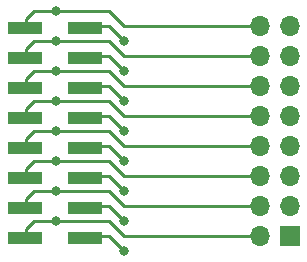
<source format=gbr>
%TF.GenerationSoftware,KiCad,Pcbnew,(6.0.9)*%
%TF.CreationDate,2023-06-10T14:31:43-07:00*%
%TF.ProjectId,V01,5630312e-6b69-4636-9164-5f7063625858,rev?*%
%TF.SameCoordinates,Original*%
%TF.FileFunction,Copper,L2,Bot*%
%TF.FilePolarity,Positive*%
%FSLAX46Y46*%
G04 Gerber Fmt 4.6, Leading zero omitted, Abs format (unit mm)*
G04 Created by KiCad (PCBNEW (6.0.9)) date 2023-06-10 14:31:43*
%MOMM*%
%LPD*%
G01*
G04 APERTURE LIST*
%TA.AperFunction,ComponentPad*%
%ADD10R,1.700000X1.700000*%
%TD*%
%TA.AperFunction,ComponentPad*%
%ADD11O,1.700000X1.700000*%
%TD*%
%TA.AperFunction,SMDPad,CuDef*%
%ADD12R,3.000000X1.000000*%
%TD*%
%TA.AperFunction,ViaPad*%
%ADD13C,0.800000*%
%TD*%
%TA.AperFunction,Conductor*%
%ADD14C,0.250000*%
%TD*%
G04 APERTURE END LIST*
D10*
%TO.P,V 1.0,1*%
%TO.N,N/C*%
X159515000Y-97800000D03*
D11*
%TO.P,V 1.0,2*%
X156975000Y-97800000D03*
%TO.P,V 1.0,3*%
X159515000Y-95260000D03*
%TO.P,V 1.0,4*%
X156975000Y-95260000D03*
%TO.P,V 1.0,5*%
X159515000Y-92720000D03*
%TO.P,V 1.0,6*%
X156975000Y-92720000D03*
%TO.P,V 1.0,7*%
X159515000Y-90180000D03*
%TO.P,V 1.0,8*%
X156975000Y-90180000D03*
%TO.P,V 1.0,9*%
X159515000Y-87640000D03*
%TO.P,V 1.0,10*%
X156975000Y-87640000D03*
%TO.P,V 1.0,11*%
X159515000Y-85100000D03*
%TO.P,V 1.0,12*%
X156975000Y-85100000D03*
%TO.P,V 1.0,13*%
X159515000Y-82560000D03*
%TO.P,V 1.0,14*%
X156975000Y-82560000D03*
%TO.P,V 1.0,15*%
X159515000Y-80020000D03*
%TO.P,V 1.0,16*%
X156975000Y-80020000D03*
%TD*%
D12*
%TO.P,REF\u002A\u002A,1*%
%TO.N,N/C*%
X142095000Y-97934600D03*
%TO.P,REF\u002A\u002A,2*%
X137055000Y-97934600D03*
%TO.P,REF\u002A\u002A,3*%
X142095000Y-95394600D03*
%TO.P,REF\u002A\u002A,4*%
X137055000Y-95394600D03*
%TO.P,REF\u002A\u002A,5*%
X142095000Y-92854600D03*
%TO.P,REF\u002A\u002A,6*%
X137055000Y-92854600D03*
%TO.P,REF\u002A\u002A,7*%
X142095000Y-90314600D03*
%TO.P,REF\u002A\u002A,8*%
X137055000Y-90314600D03*
%TO.P,REF\u002A\u002A,9*%
X142095000Y-87774600D03*
%TO.P,REF\u002A\u002A,10*%
X137055000Y-87774600D03*
%TO.P,REF\u002A\u002A,11*%
X142095000Y-85234600D03*
%TO.P,REF\u002A\u002A,12*%
X137055000Y-85234600D03*
%TO.P,REF\u002A\u002A,13*%
X142095000Y-82694600D03*
%TO.P,REF\u002A\u002A,14*%
X137055000Y-82694600D03*
%TO.P,REF\u002A\u002A,15*%
X142095000Y-80154600D03*
%TO.P,REF\u002A\u002A,16*%
X137055000Y-80154600D03*
%TD*%
D13*
%TO.N,*%
X139700000Y-78740000D03*
X139700000Y-93980000D03*
X139700000Y-96520000D03*
X145415000Y-91440000D03*
X145415000Y-93980000D03*
X145415000Y-96520000D03*
X145415000Y-88900000D03*
X139700000Y-81280000D03*
X145415000Y-86360000D03*
X145415000Y-83820000D03*
X139700000Y-86360000D03*
X145415000Y-81280000D03*
X139700000Y-83820000D03*
X145415000Y-99060000D03*
X139700000Y-91440000D03*
X139700000Y-88900000D03*
%TD*%
D14*
%TO.N,*%
X144145000Y-80010000D02*
X142220000Y-80010000D01*
X137795000Y-86360000D02*
X144145000Y-86360000D01*
X145415000Y-92710000D02*
X156845000Y-92710000D01*
X137795000Y-91440000D02*
X144145000Y-91440000D01*
X137795000Y-83820000D02*
X144145000Y-83820000D01*
X137160000Y-97155000D02*
X137795000Y-96520000D01*
X145415000Y-96520000D02*
X144145000Y-95250000D01*
X145415000Y-95250000D02*
X156845000Y-95250000D01*
X144145000Y-86360000D02*
X145415000Y-87630000D01*
X145415000Y-88900000D02*
X144145000Y-87630000D01*
X137160000Y-89535000D02*
X137160000Y-90150000D01*
X144145000Y-93980000D02*
X145415000Y-95250000D01*
X137795000Y-93980000D02*
X144145000Y-93980000D01*
X145415000Y-81280000D02*
X144145000Y-80010000D01*
X137160000Y-92075000D02*
X137160000Y-92690000D01*
X145415000Y-97790000D02*
X156965000Y-97790000D01*
X145415000Y-82550000D02*
X156845000Y-82550000D01*
X137160000Y-90150000D02*
X137180000Y-90170000D01*
X137795000Y-88900000D02*
X144145000Y-88900000D01*
X144145000Y-92710000D02*
X142220000Y-92710000D01*
X137795000Y-78740000D02*
X137160000Y-79375000D01*
X145415000Y-85090000D02*
X156845000Y-85090000D01*
X137160000Y-92690000D02*
X137180000Y-92710000D01*
X144145000Y-82550000D02*
X142220000Y-82550000D01*
X137795000Y-81280000D02*
X144145000Y-81280000D01*
X137795000Y-78740000D02*
X144145000Y-78740000D01*
X137795000Y-86360000D02*
X137160000Y-86995000D01*
X145415000Y-90170000D02*
X156845000Y-90170000D01*
X156965000Y-97790000D02*
X156975000Y-97800000D01*
X137795000Y-81280000D02*
X137160000Y-81915000D01*
X144145000Y-95250000D02*
X142220000Y-95250000D01*
X145415000Y-86360000D02*
X144145000Y-85090000D01*
X144145000Y-81280000D02*
X145415000Y-82550000D01*
X137180000Y-97790000D02*
X137160000Y-97770000D01*
X137160000Y-79990000D02*
X137180000Y-80010000D01*
X137795000Y-91440000D02*
X137160000Y-92075000D01*
X137160000Y-82530000D02*
X137180000Y-82550000D01*
X137160000Y-95230000D02*
X137180000Y-95250000D01*
X145415000Y-99060000D02*
X144145000Y-97790000D01*
X144145000Y-91440000D02*
X145415000Y-92710000D01*
X137160000Y-97770000D02*
X137160000Y-97155000D01*
X137795000Y-93980000D02*
X137160000Y-94615000D01*
X137160000Y-85070000D02*
X137180000Y-85090000D01*
X144145000Y-78740000D02*
X145415000Y-80010000D01*
X144145000Y-87630000D02*
X142220000Y-87630000D01*
X145415000Y-91440000D02*
X144145000Y-90170000D01*
X137160000Y-86995000D02*
X137160000Y-87610000D01*
X144145000Y-97790000D02*
X142220000Y-97790000D01*
X137160000Y-87610000D02*
X137180000Y-87630000D01*
X137795000Y-96520000D02*
X144145000Y-96520000D01*
X144145000Y-96520000D02*
X145415000Y-97790000D01*
X145415000Y-87630000D02*
X156845000Y-87630000D01*
X137795000Y-88900000D02*
X137160000Y-89535000D01*
X137160000Y-84455000D02*
X137160000Y-85070000D01*
X137160000Y-81915000D02*
X137160000Y-82530000D01*
X145415000Y-93980000D02*
X144145000Y-92710000D01*
X137160000Y-94615000D02*
X137160000Y-95230000D01*
X137160000Y-79375000D02*
X137160000Y-79990000D01*
X144145000Y-90170000D02*
X142220000Y-90170000D01*
X144145000Y-88900000D02*
X145415000Y-90170000D01*
X137795000Y-83820000D02*
X137160000Y-84455000D01*
X145415000Y-83820000D02*
X144145000Y-82550000D01*
X144145000Y-85090000D02*
X142220000Y-85090000D01*
X145415000Y-80010000D02*
X156845000Y-80010000D01*
X144145000Y-83820000D02*
X145415000Y-85090000D01*
%TD*%
M02*

</source>
